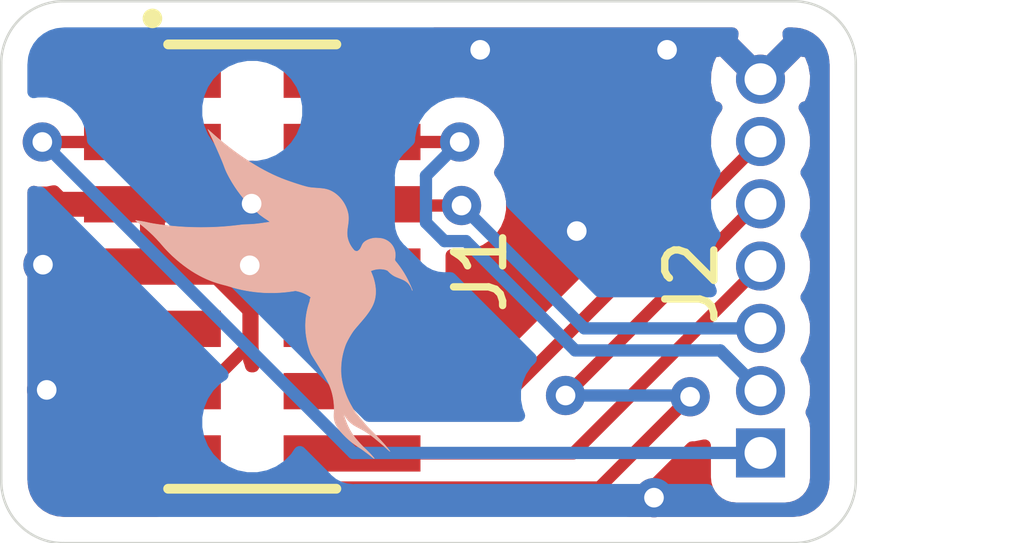
<source format=kicad_pcb>
(kicad_pcb (version 20171130) (host pcbnew "(5.1.10)-1")

  (general
    (thickness 1.6)
    (drawings 12)
    (tracks 47)
    (zones 0)
    (modules 3)
    (nets 13)
  )

  (page A4)
  (layers
    (0 F.Cu signal)
    (31 B.Cu signal)
    (32 B.Adhes user)
    (33 F.Adhes user)
    (34 B.Paste user)
    (35 F.Paste user)
    (36 B.SilkS user)
    (37 F.SilkS user)
    (38 B.Mask user)
    (39 F.Mask user)
    (40 Dwgs.User user)
    (41 Cmts.User user)
    (42 Eco1.User user)
    (43 Eco2.User user)
    (44 Edge.Cuts user)
    (45 Margin user)
    (46 B.CrtYd user)
    (47 F.CrtYd user)
    (48 B.Fab user)
    (49 F.Fab user hide)
  )

  (setup
    (last_trace_width 0.25)
    (trace_clearance 0.2)
    (zone_clearance 0.508)
    (zone_45_only no)
    (trace_min 0.2)
    (via_size 0.8)
    (via_drill 0.4)
    (via_min_size 0.4)
    (via_min_drill 0.3)
    (uvia_size 0.3)
    (uvia_drill 0.1)
    (uvias_allowed no)
    (uvia_min_size 0.2)
    (uvia_min_drill 0.1)
    (edge_width 0.05)
    (segment_width 0.2)
    (pcb_text_width 0.3)
    (pcb_text_size 1.5 1.5)
    (mod_edge_width 0.12)
    (mod_text_size 1 1)
    (mod_text_width 0.15)
    (pad_size 0.74 2.79)
    (pad_drill 0)
    (pad_to_mask_clearance 0)
    (aux_axis_origin 0 0)
    (visible_elements 7FFFFFFF)
    (pcbplotparams
      (layerselection 0x010fc_ffffffff)
      (usegerberextensions true)
      (usegerberattributes true)
      (usegerberadvancedattributes false)
      (creategerberjobfile false)
      (excludeedgelayer true)
      (linewidth 0.100000)
      (plotframeref false)
      (viasonmask false)
      (mode 1)
      (useauxorigin false)
      (hpglpennumber 1)
      (hpglpenspeed 20)
      (hpglpendiameter 15.000000)
      (psnegative false)
      (psa4output false)
      (plotreference true)
      (plotvalue false)
      (plotinvisibletext false)
      (padsonsilk false)
      (subtractmaskfromsilk true)
      (outputformat 1)
      (mirror false)
      (drillshape 0)
      (scaleselection 1)
      (outputdirectory "gerber/"))
  )

  (net 0 "")
  (net 1 /VCP_TX)
  (net 2 /VCP_RX)
  (net 3 /NRST)
  (net 4 GND)
  (net 5 "Net-(J1-Pad10)")
  (net 6 +3V3)
  (net 7 /SWDIO)
  (net 8 /SWCLK)
  (net 9 "Net-(J1-Pad2)")
  (net 10 "Net-(J1-Pad1)")
  (net 11 "Net-(J1-Pad9)")
  (net 12 "Net-(J1-Pad8)")

  (net_class Default "This is the default net class."
    (clearance 0.2)
    (trace_width 0.25)
    (via_dia 0.8)
    (via_drill 0.4)
    (uvia_dia 0.3)
    (uvia_drill 0.1)
    (add_net +3V3)
    (add_net /NRST)
    (add_net /SWCLK)
    (add_net /SWDIO)
    (add_net /VCP_RX)
    (add_net /VCP_TX)
    (add_net GND)
    (add_net "Net-(J1-Pad1)")
    (add_net "Net-(J1-Pad10)")
    (add_net "Net-(J1-Pad2)")
    (add_net "Net-(J1-Pad8)")
    (add_net "Net-(J1-Pad9)")
  )

  (module FTSH-107-01-L-DV-K-A:SAMTEC_FTSH-107-01-L-DV-K-A (layer F.Cu) (tedit 61918C85) (tstamp 61918D02)
    (at 71.1454 91.6432 270)
    (descr "translated Allegro footprint")
    (path /61913376)
    (clearance 0.0254)
    (fp_text reference J1 (at 0.08 -4.65 90) (layer F.SilkS)
      (effects (font (size 1 1) (thickness 0.15)))
    )
    (fp_text value Conn_02x07_Odd_Even (at -1.05 5.15 90) (layer F.Fab)
      (effects (font (size 1 1) (thickness 0.15)))
    )
    (fp_circle (center -5.06 2.035) (end -4.96 2.035) (layer F.Fab) (width 0.2))
    (fp_circle (center -5.06 2.035) (end -4.96 2.035) (layer F.SilkS) (width 0.2))
    (fp_line (start 4.695 3.68) (end -4.695 3.68) (layer F.CrtYd) (width 0.05))
    (fp_line (start 4.695 -3.68) (end 4.695 3.68) (layer F.CrtYd) (width 0.05))
    (fp_line (start -4.695 -3.68) (end 4.695 -3.68) (layer F.CrtYd) (width 0.05))
    (fp_line (start -4.695 3.68) (end -4.695 -3.68) (layer F.CrtYd) (width 0.05))
    (fp_circle (center -3.175 0) (end -2.614 0) (layer B.Mask) (width 0.1))
    (fp_circle (center 3.175 0) (end 3.736 0) (layer B.Mask) (width 0.1))
    (fp_poly (pts (xy 3.44 -3.427) (xy 4.18 -3.427) (xy 4.18 -0.637) (xy 3.44 -0.637)) (layer F.Paste) (width 0.01))
    (fp_poly (pts (xy 3.44 0.637) (xy 4.18 0.637) (xy 4.18 3.427) (xy 3.44 3.427)) (layer F.Paste) (width 0.01))
    (fp_poly (pts (xy 2.17 -3.427) (xy 2.91 -3.427) (xy 2.91 -0.637) (xy 2.17 -0.637)) (layer F.Paste) (width 0.01))
    (fp_poly (pts (xy 2.17 0.637) (xy 2.91 0.637) (xy 2.91 3.427) (xy 2.17 3.427)) (layer F.Paste) (width 0.01))
    (fp_poly (pts (xy 0.9 -3.427) (xy 1.64 -3.427) (xy 1.64 -0.637) (xy 0.9 -0.637)) (layer F.Paste) (width 0.01))
    (fp_poly (pts (xy 0.9 0.637) (xy 1.64 0.637) (xy 1.64 3.427) (xy 0.9 3.427)) (layer F.Paste) (width 0.01))
    (fp_poly (pts (xy -0.37 -3.427) (xy 0.37 -3.427) (xy 0.37 -0.637) (xy -0.37 -0.637)) (layer F.Paste) (width 0.01))
    (fp_poly (pts (xy -0.37 0.637) (xy 0.37 0.637) (xy 0.37 3.427) (xy -0.37 3.427)) (layer F.Paste) (width 0.01))
    (fp_poly (pts (xy -1.64 -3.427) (xy -0.9 -3.427) (xy -0.9 -0.637) (xy -1.64 -0.637)) (layer F.Paste) (width 0.01))
    (fp_poly (pts (xy -1.64 0.637) (xy -0.9 0.637) (xy -0.9 3.427) (xy -1.64 3.427)) (layer F.Paste) (width 0.01))
    (fp_line (start 4.445 1.715) (end 4.445 -1.715) (layer F.Fab) (width 0.1))
    (fp_line (start 4.445 -1.715) (end -4.445 -1.715) (layer F.Fab) (width 0.1))
    (fp_line (start -4.445 1.715) (end 4.445 1.715) (layer F.Fab) (width 0.1))
    (fp_line (start -4.445 1.715) (end -4.445 -1.715) (layer F.Fab) (width 0.1))
    (fp_line (start 4.53 1.715) (end 4.53 -1.715) (layer F.SilkS) (width 0.2))
    (fp_line (start -4.53 -1.715) (end -4.53 1.715) (layer F.SilkS) (width 0.2))
    (pad 4 smd rect (at -2.54 -2.035 270) (size 0.74 2.79) (layers F.Cu F.Paste F.Mask)
      (net 7 /SWDIO))
    (pad 3 smd rect (at -2.54 2.035 270) (size 0.74 2.79) (layers F.Cu F.Paste F.Mask)
      (net 6 +3V3))
    (pad 2 smd rect (at -3.81 -2.035 270) (size 0.74 2.79) (layers F.Cu F.Paste F.Mask)
      (net 9 "Net-(J1-Pad2)"))
    (pad 1 smd rect (at -3.81 2.035 270) (size 0.74 2.79) (layers F.Cu F.Paste F.Mask)
      (net 10 "Net-(J1-Pad1)"))
    (pad None np_thru_hole circle (at -3.175 0 270) (size 1.02 1.02) (drill 1.02) (layers *.Cu *.Mask))
    (pad None np_thru_hole circle (at 3.175 0 270) (size 1.02 1.02) (drill 1.02) (layers *.Cu *.Mask))
    (pad 14 smd rect (at 3.81 -2.035 270) (size 0.74 2.79) (layers F.Cu F.Paste F.Mask)
      (net 1 /VCP_TX))
    (pad 13 smd rect (at 3.81 2.035 270) (size 0.74 2.79) (layers F.Cu F.Paste F.Mask)
      (net 2 /VCP_RX))
    (pad 12 smd rect (at 2.54 -2.035 270) (size 0.74 2.79) (layers F.Cu F.Paste F.Mask)
      (net 3 /NRST))
    (pad 11 smd rect (at 2.54 2.035 270) (size 0.74 2.79) (layers F.Cu F.Paste F.Mask)
      (net 4 GND))
    (pad 10 smd rect (at 1.27 -2.035 270) (size 0.74 2.79) (layers F.Cu F.Paste F.Mask)
      (net 5 "Net-(J1-Pad10)"))
    (pad 9 smd rect (at 1.27 2.035 270) (size 0.74 2.79) (layers F.Cu F.Paste F.Mask)
      (net 11 "Net-(J1-Pad9)"))
    (pad 8 smd rect (at 0 -2.035 270) (size 0.74 2.79) (layers F.Cu F.Paste F.Mask)
      (net 12 "Net-(J1-Pad8)"))
    (pad 7 smd rect (at 0 2.035 270) (size 0.74 2.79) (layers F.Cu F.Paste F.Mask)
      (net 4 GND))
    (pad 6 smd rect (at -1.27 -2.035 270) (size 0.74 2.79) (layers F.Cu F.Paste F.Mask)
      (net 8 /SWCLK))
    (pad 5 smd rect (at -1.27 2.035 270) (size 0.74 2.79) (layers F.Cu F.Paste F.Mask)
      (net 4 GND))
    (model ${KIPRJMOD}/footprints/FTSH-107-01-L-DV-K-A_ProgrammingHeader/FTSH-107-01-L-DV-K-A.stp
      (at (xyz 0 0 0))
      (scale (xyz 1 1 1))
      (rotate (xyz -90 0 0))
    )
  )

  (module 851-87-007-20-001101:851-87-007-20-001101 (layer F.Cu) (tedit 6191A194) (tstamp 61918D11)
    (at 81.5086 95.4278 90)
    (path /619146A9)
    (fp_text reference J2 (at 3.45694 -1.40716 90) (layer F.SilkS)
      (effects (font (size 1 1) (thickness 0.15)))
    )
    (fp_text value Conn_01x07 (at 4.3307 6.59892 90) (layer F.Fab)
      (effects (font (size 1 1) (thickness 0.15)))
    )
    (fp_line (start -0.85598 1.19888) (end 8.4455 1.19888) (layer Dwgs.User) (width 0.15))
    (fp_line (start 8.4455 1.19888) (end 8.4455 5.29844) (layer Dwgs.User) (width 0.15))
    (fp_line (start 8.4455 5.29844) (end -0.85598 5.29844) (layer Dwgs.User) (width 0.15))
    (fp_line (start -0.85598 5.29844) (end -0.85598 1.19888) (layer Dwgs.User) (width 0.15))
    (pad 7 thru_hole circle (at 7.60476 0 90) (size 1 1) (drill 0.65) (layers *.Cu *.Mask)
      (net 4 GND))
    (pad 6 thru_hole circle (at 6.33476 0 90) (size 1 1) (drill 0.65) (layers *.Cu *.Mask)
      (net 3 /NRST))
    (pad 5 thru_hole circle (at 5.06476 0 90) (size 1 1) (drill 0.65) (layers *.Cu *.Mask)
      (net 2 /VCP_RX))
    (pad 4 thru_hole circle (at 3.79476 0 90) (size 1 1) (drill 0.65) (layers *.Cu *.Mask)
      (net 1 /VCP_TX))
    (pad 3 thru_hole circle (at 2.52476 0 90) (size 1 1) (drill 0.65) (layers *.Cu *.Mask)
      (net 8 /SWCLK))
    (pad 2 thru_hole circle (at 1.25476 0 90) (size 1 1) (drill 0.65) (layers *.Cu *.Mask)
      (net 7 /SWDIO))
    (pad 1 thru_hole rect (at -0.01524 0 90) (size 1 1) (drill 0.65) (layers *.Cu *.Mask)
      (net 6 +3V3))
    (model ${KIPRJMOD}/footprints/Preci-Dip_851-87-007-20-001101_7pos_Soccket/851-87-007-20-001101.step
      (offset (xyz 0 -1.2 1.1))
      (scale (xyz 1 1 1))
      (rotate (xyz 0 -90 90))
    )
  )

  (module logo:Tern_logo (layer B.Cu) (tedit 0) (tstamp 619194F6)
    (at 71.5899 92.202 180)
    (fp_text reference G*** (at 0 0) (layer B.SilkS) hide
      (effects (font (size 1.524 1.524) (thickness 0.3)) (justify mirror))
    )
    (fp_text value LOGO (at 0.75 0) (layer B.SilkS) hide
      (effects (font (size 1.524 1.524) (thickness 0.3)) (justify mirror))
    )
    (fp_poly (pts (xy -2.801035 0.119505) (xy -2.802343 0.115278) (xy -2.803989 0.11088) (xy -2.80683 0.103525)
      (xy -2.810182 0.094567) (xy -2.812959 0.086946) (xy -2.815588 0.080019) (xy -2.81796 0.074489)
      (xy -2.819602 0.071449) (xy -2.819716 0.071315) (xy -2.819932 0.072132) (xy -2.818988 0.075928)
      (xy -2.817074 0.082015) (xy -2.815613 0.086269) (xy -2.811344 0.098036) (xy -2.807535 0.107864)
      (xy -2.804381 0.115291) (xy -2.802077 0.119855) (xy -2.800936 0.121138) (xy -2.801035 0.119505)) (layer B.SilkS) (width 0.01))
    (fp_poly (pts (xy 1.348154 3.35404) (xy 1.348154 3.354028) (xy 1.347335 3.352079) (xy 1.34501 3.347029)
      (xy 1.341376 3.339293) (xy 1.336629 3.329286) (xy 1.330966 3.317425) (xy 1.324585 3.304124)
      (xy 1.319603 3.293781) (xy 1.274481 3.198949) (xy 1.228968 3.100754) (xy 1.18329 2.999692)
      (xy 1.13767 2.896261) (xy 1.092332 2.790955) (xy 1.087815 2.780323) (xy 1.076769 2.754213)
      (xy 1.067015 2.730959) (xy 1.058267 2.709843) (xy 1.050237 2.690144) (xy 1.04264 2.671145)
      (xy 1.03519 2.652127) (xy 1.0276 2.63237) (xy 1.019583 2.611156) (xy 1.010854 2.587766)
      (xy 1.007269 2.5781) (xy 0.997622 2.552899) (xy 0.98738 2.527874) (xy 0.976309 2.502539)
      (xy 0.964178 2.476404) (xy 0.950753 2.448984) (xy 0.935803 2.419789) (xy 0.919095 2.388333)
      (xy 0.901078 2.355361) (xy 0.853122 2.272471) (xy 0.801584 2.190771) (xy 0.746687 2.110573)
      (xy 0.688657 2.03219) (xy 0.627719 1.955935) (xy 0.564097 1.88212) (xy 0.546251 1.862389)
      (xy 0.536534 1.851608) (xy 0.529164 1.843034) (xy 0.523722 1.836118) (xy 0.519788 1.830307)
      (xy 0.516943 1.82505) (xy 0.515731 1.822297) (xy 0.507351 1.805629) (xy 0.496783 1.791678)
      (xy 0.483522 1.77991) (xy 0.46706 1.769789) (xy 0.465016 1.768746) (xy 0.459852 1.765948)
      (xy 0.454621 1.762604) (xy 0.448865 1.758338) (xy 0.442122 1.752772) (xy 0.433936 1.74553)
      (xy 0.423845 1.736234) (xy 0.41308 1.726106) (xy 0.402006 1.715775) (xy 0.390836 1.705626)
      (xy 0.380191 1.696202) (xy 0.370688 1.688046) (xy 0.362946 1.6817) (xy 0.358981 1.678678)
      (xy 0.35153 1.672889) (xy 0.342346 1.665131) (xy 0.332399 1.656257) (xy 0.322661 1.647122)
      (xy 0.318764 1.64331) (xy 0.309698 1.634583) (xy 0.300284 1.625992) (xy 0.291399 1.618303)
      (xy 0.283917 1.612287) (xy 0.281032 1.610185) (xy 0.274226 1.605405) (xy 0.265283 1.599008)
      (xy 0.255199 1.591714) (xy 0.24497 1.584241) (xy 0.2413 1.581539) (xy 0.215851 1.563101)
      (xy 0.19115 1.545881) (xy 0.16805 1.530468) (xy 0.157965 1.524) (xy 0.13864 1.511516)
      (xy 0.121885 1.500123) (xy 0.107967 1.490012) (xy 0.097155 1.481374) (xy 0.093439 1.478078)
      (xy 0.082342 1.467804) (xy 0.089529 1.466598) (xy 0.098538 1.46514) (xy 0.110812 1.46323)
      (xy 0.125746 1.460959) (xy 0.142736 1.458413) (xy 0.161177 1.455682) (xy 0.180462 1.452854)
      (xy 0.199988 1.450017) (xy 0.21915 1.44726) (xy 0.237341 1.444671) (xy 0.253959 1.442339)
      (xy 0.268396 1.440352) (xy 0.277447 1.439138) (xy 0.313753 1.43448) (xy 0.347047 1.430504)
      (xy 0.378148 1.427142) (xy 0.407879 1.424329) (xy 0.437061 1.421996) (xy 0.466515 1.420077)
      (xy 0.497064 1.418504) (xy 0.529528 1.417211) (xy 0.55587 1.416377) (xy 0.577023 1.415726)
      (xy 0.594976 1.415066) (xy 0.610432 1.414348) (xy 0.624099 1.413526) (xy 0.636681 1.412553)
      (xy 0.648885 1.411381) (xy 0.661417 1.409963) (xy 0.672123 1.408625) (xy 0.765791 1.397106)
      (xy 0.856643 1.387119) (xy 0.945439 1.378617) (xy 1.032935 1.371549) (xy 1.119891 1.365866)
      (xy 1.207063 1.36152) (xy 1.295211 1.35846) (xy 1.385092 1.356638) (xy 1.477464 1.356005)
      (xy 1.48297 1.356004) (xy 1.551464 1.356293) (xy 1.616921 1.357167) (xy 1.680176 1.358658)
      (xy 1.742059 1.360798) (xy 1.803404 1.36362) (xy 1.865043 1.367158) (xy 1.927809 1.371443)
      (xy 1.9812 1.375578) (xy 2.022093 1.379071) (xy 2.064035 1.382975) (xy 2.106683 1.387243)
      (xy 2.149691 1.39183) (xy 2.192715 1.396689) (xy 2.235408 1.401776) (xy 2.277427 1.407043)
      (xy 2.318425 1.412446) (xy 2.358059 1.417937) (xy 2.395982 1.423473) (xy 2.43185 1.429006)
      (xy 2.465318 1.43449) (xy 2.496041 1.439881) (xy 2.523674 1.445131) (xy 2.547871 1.450195)
      (xy 2.555385 1.451897) (xy 2.588942 1.459422) (xy 2.623286 1.466655) (xy 2.657315 1.473379)
      (xy 2.689926 1.479378) (xy 2.720018 1.484435) (xy 2.722685 1.484855) (xy 2.73669 1.487093)
      (xy 2.751334 1.489513) (xy 2.765445 1.491915) (xy 2.777855 1.494101) (xy 2.786185 1.495639)
      (xy 2.798704 1.497788) (xy 2.808606 1.49898) (xy 2.815417 1.499162) (xy 2.81715 1.498945)
      (xy 2.823692 1.497584) (xy 2.814219 1.490881) (xy 2.803314 1.483022) (xy 2.789982 1.473181)
      (xy 2.774837 1.461828) (xy 2.758497 1.449433) (xy 2.741576 1.436465) (xy 2.724691 1.423395)
      (xy 2.708457 1.410692) (xy 2.69349 1.398825) (xy 2.6924 1.397953) (xy 2.614685 1.333509)
      (xy 2.539303 1.266415) (xy 2.466029 1.196449) (xy 2.394633 1.123388) (xy 2.324889 1.047009)
      (xy 2.276211 0.9906) (xy 2.256491 0.967721) (xy 2.234343 0.942921) (xy 2.210335 0.916791)
      (xy 2.185033 0.889922) (xy 2.159003 0.862902) (xy 2.132813 0.836324) (xy 2.107029 0.810777)
      (xy 2.082218 0.786852) (xy 2.066193 0.771811) (xy 1.99136 0.704628) (xy 1.915863 0.641167)
      (xy 1.839729 0.581446) (xy 1.762983 0.52548) (xy 1.685655 0.473288) (xy 1.60777 0.424887)
      (xy 1.529356 0.380293) (xy 1.45044 0.339524) (xy 1.371049 0.302597) (xy 1.29121 0.269529)
      (xy 1.2416 0.251009) (xy 1.202209 0.237403) (xy 1.160794 0.223999) (xy 1.118506 0.21114)
      (xy 1.076502 0.199168) (xy 1.035933 0.188425) (xy 1.007208 0.181397) (xy 0.995547 0.17849)
      (xy 0.981215 0.174654) (xy 0.965252 0.170183) (xy 0.948698 0.165372) (xy 0.932593 0.160513)
      (xy 0.925147 0.158194) (xy 0.835989 0.13148) (xy 0.747871 0.107932) (xy 0.6602 0.087442)
      (xy 0.572383 0.069901) (xy 0.483829 0.055199) (xy 0.393945 0.04323) (xy 0.302138 0.033882)
      (xy 0.21297 0.027354) (xy 0.195232 0.026459) (xy 0.174282 0.025687) (xy 0.150814 0.025044)
      (xy 0.125522 0.024536) (xy 0.099099 0.024169) (xy 0.07224 0.023949) (xy 0.045639 0.023881)
      (xy 0.019988 0.023972) (xy -0.004017 0.024226) (xy -0.025683 0.024651) (xy -0.042984 0.025199)
      (xy -0.131124 0.029825) (xy -0.216776 0.036689) (xy -0.300706 0.045866) (xy -0.383679 0.057429)
      (xy -0.396546 0.059447) (xy -0.436684 0.065834) (xy -0.459529 0.061381) (xy -0.503469 0.051272)
      (xy -0.547315 0.03819) (xy -0.590464 0.022397) (xy -0.63231 0.004152) (xy -0.672248 -0.016285)
      (xy -0.709671 -0.038651) (xy -0.738764 -0.058772) (xy -0.752332 -0.06883) (xy -0.748234 -0.074958)
      (xy -0.74004 -0.090104) (xy -0.734177 -0.107025) (xy -0.731096 -0.12425) (xy -0.730738 -0.131881)
      (xy -0.730359 -0.138371) (xy -0.729082 -0.145579) (xy -0.726695 -0.154383) (xy -0.722989 -0.165656)
      (xy -0.72179 -0.169082) (xy -0.702413 -0.228734) (xy -0.685479 -0.290873) (xy -0.671098 -0.354851)
      (xy -0.659378 -0.420019) (xy -0.650431 -0.48573) (xy -0.644365 -0.551336) (xy -0.64129 -0.616189)
      (xy -0.640909 -0.646723) (xy -0.642669 -0.717461) (xy -0.647995 -0.789031) (xy -0.656792 -0.860898)
      (xy -0.668966 -0.932523) (xy -0.684422 -1.003368) (xy -0.703068 -1.072897) (xy -0.724808 -1.140571)
      (xy -0.729839 -1.154723) (xy -0.734424 -1.167365) (xy -0.73854 -1.17854) (xy -0.742372 -1.188596)
      (xy -0.746106 -1.19788) (xy -0.749927 -1.206741) (xy -0.754019 -1.215524) (xy -0.758567 -1.224577)
      (xy -0.763757 -1.234248) (xy -0.769773 -1.244884) (xy -0.776801 -1.256832) (xy -0.785025 -1.270439)
      (xy -0.79463 -1.286052) (xy -0.805802 -1.30402) (xy -0.818725 -1.324689) (xy -0.829754 -1.342293)
      (xy -0.855943 -1.384115) (xy -0.88014 -1.422825) (xy -0.902454 -1.458605) (xy -0.922993 -1.491637)
      (xy -0.941865 -1.522104) (xy -0.95918 -1.550189) (xy -0.975045 -1.576073) (xy -0.989569 -1.599941)
      (xy -1.002861 -1.621973) (xy -1.01503 -1.642353) (xy -1.026183 -1.661263) (xy -1.036429 -1.678885)
      (xy -1.045878 -1.695403) (xy -1.054636 -1.710999) (xy -1.062814 -1.725854) (xy -1.070518 -1.740153)
      (xy -1.077859 -1.754077) (xy -1.084944 -1.767809) (xy -1.091882 -1.781531) (xy -1.096931 -1.791677)
      (xy -1.107233 -1.812722) (xy -1.116075 -1.831325) (xy -1.123886 -1.848468) (xy -1.131094 -1.865129)
      (xy -1.138129 -1.88229) (xy -1.145418 -1.90093) (xy -1.150202 -1.913525) (xy -1.169355 -1.969173)
      (xy -1.185889 -2.027231) (xy -1.199718 -2.087132) (xy -1.210754 -2.148307) (xy -1.218909 -2.210188)
      (xy -1.224094 -2.272208) (xy -1.226221 -2.333798) (xy -1.225203 -2.394391) (xy -1.225091 -2.39688)
      (xy -1.224391 -2.41215) (xy -1.223675 -2.427871) (xy -1.222988 -2.443058) (xy -1.222373 -2.456725)
      (xy -1.221877 -2.467889) (xy -1.221714 -2.471609) (xy -1.221964 -2.509924) (xy -1.226069 -2.548088)
      (xy -1.234037 -2.586116) (xy -1.245874 -2.624022) (xy -1.261586 -2.661821) (xy -1.281179 -2.699529)
      (xy -1.30466 -2.73716) (xy -1.332035 -2.774729) (xy -1.36331 -2.81225) (xy -1.368814 -2.818403)
      (xy -1.411216 -2.864192) (xy -1.452794 -2.906679) (xy -1.494004 -2.946254) (xy -1.535298 -2.983307)
      (xy -1.577132 -3.018228) (xy -1.61996 -3.051408) (xy -1.664237 -3.083237) (xy -1.710417 -3.114105)
      (xy -1.721338 -3.121099) (xy -1.736193 -3.130603) (xy -1.749846 -3.139498) (xy -1.762879 -3.148188)
      (xy -1.775873 -3.157077) (xy -1.789407 -3.166571) (xy -1.804064 -3.177073) (xy -1.820423 -3.188988)
      (xy -1.839065 -3.20272) (xy -1.847298 -3.208817) (xy -1.867742 -3.223983) (xy -1.885361 -3.237073)
      (xy -1.900475 -3.248329) (xy -1.913403 -3.257994) (xy -1.924467 -3.266311) (xy -1.933986 -3.273522)
      (xy -1.942279 -3.27987) (xy -1.949669 -3.285597) (xy -1.956473 -3.290945) (xy -1.963014 -3.296159)
      (xy -1.96961 -3.301479) (xy -1.970075 -3.301856) (xy -1.984011 -3.313145) (xy -1.995296 -3.32225)
      (xy -2.004305 -3.329463) (xy -2.011416 -3.335071) (xy -2.017004 -3.339364) (xy -2.021445 -3.342631)
      (xy -2.025114 -3.345162) (xy -2.028387 -3.347246) (xy -2.031261 -3.348953) (xy -2.038021 -3.352718)
      (xy -2.04189 -3.354431) (xy -2.043233 -3.3542) (xy -2.042521 -3.352312) (xy -2.040324 -3.349236)
      (xy -2.035978 -3.343698) (xy -2.029892 -3.336191) (xy -2.022475 -3.327205) (xy -2.014137 -3.317234)
      (xy -2.005285 -3.306769) (xy -1.996331 -3.296303) (xy -1.987682 -3.286326) (xy -1.986865 -3.285393)
      (xy -1.977144 -3.274578) (xy -1.9652 -3.26176) (xy -1.951612 -3.247521) (xy -1.936957 -3.232443)
      (xy -1.921812 -3.217109) (xy -1.906754 -3.202103) (xy -1.892361 -3.188005) (xy -1.87921 -3.1754)
      (xy -1.867878 -3.16487) (xy -1.863969 -3.161355) (xy -1.850912 -3.149335) (xy -1.835786 -3.13467)
      (xy -1.818962 -3.117765) (xy -1.80081 -3.099027) (xy -1.781702 -3.078862) (xy -1.762009 -3.057677)
      (xy -1.742101 -3.035878) (xy -1.72235 -3.013872) (xy -1.703127 -2.992064) (xy -1.684802 -2.970862)
      (xy -1.667746 -2.950671) (xy -1.652331 -2.931899) (xy -1.638927 -2.914951) (xy -1.638319 -2.914162)
      (xy -1.604485 -2.867466) (xy -1.572332 -2.817557) (xy -1.542052 -2.764836) (xy -1.51384 -2.709704)
      (xy -1.487889 -2.652561) (xy -1.464393 -2.593809) (xy -1.443545 -2.533848) (xy -1.42567 -2.47357)
      (xy -1.422171 -2.460439) (xy -1.418649 -2.446829) (xy -1.415245 -2.433321) (xy -1.4121 -2.4205)
      (xy -1.409354 -2.40895) (xy -1.407147 -2.399254) (xy -1.40562 -2.391997) (xy -1.404914 -2.387761)
      (xy -1.404883 -2.387175) (xy -1.40549 -2.387894) (xy -1.407094 -2.391698) (xy -1.409452 -2.39797)
      (xy -1.412319 -2.40609) (xy -1.412344 -2.406162) (xy -1.428146 -2.44694) (xy -1.446681 -2.485191)
      (xy -1.468098 -2.521113) (xy -1.492546 -2.554903) (xy -1.520175 -2.586757) (xy -1.551134 -2.616874)
      (xy -1.585574 -2.645451) (xy -1.604107 -2.659197) (xy -1.62127 -2.671059) (xy -1.639028 -2.682455)
      (xy -1.658028 -2.693759) (xy -1.678917 -2.705347) (xy -1.702344 -2.717594) (xy -1.722315 -2.727607)
      (xy -1.786103 -2.761032) (xy -1.84995 -2.798314) (xy -1.913784 -2.839406) (xy -1.977533 -2.884257)
      (xy -2.041125 -2.932821) (xy -2.10449 -2.985049) (xy -2.107064 -2.987252) (xy -2.121221 -2.999353)
      (xy -2.136783 -3.012594) (xy -2.152859 -3.026222) (xy -2.16856 -3.039484) (xy -2.182993 -3.051625)
      (xy -2.194169 -3.060974) (xy -2.20737 -3.072018) (xy -2.219063 -3.08191) (xy -2.229826 -3.091164)
      (xy -2.240237 -3.100292) (xy -2.250873 -3.109811) (xy -2.26231 -3.120233) (xy -2.275127 -3.132072)
      (xy -2.2899 -3.145844) (xy -2.298195 -3.153609) (xy -2.309411 -3.163999) (xy -2.320516 -3.174061)
      (xy -2.331128 -3.183472) (xy -2.340867 -3.191908) (xy -2.349352 -3.199044) (xy -2.356204 -3.204557)
      (xy -2.36104 -3.208122) (xy -2.363481 -3.209414) (xy -2.363656 -3.209365) (xy -2.362921 -3.207443)
      (xy -2.359927 -3.202855) (xy -2.354931 -3.195924) (xy -2.348192 -3.186972) (xy -2.339967 -3.176321)
      (xy -2.330515 -3.164294) (xy -2.320094 -3.151213) (xy -2.308961 -3.137402) (xy -2.297374 -3.123182)
      (xy -2.285593 -3.108877) (xy -2.273874 -3.094808) (xy -2.262476 -3.081298) (xy -2.251656 -3.06867)
      (xy -2.244752 -3.060741) (xy -2.228877 -3.042926) (xy -2.210188 -3.022457) (xy -2.18868 -2.999331)
      (xy -2.164352 -2.973544) (xy -2.137199 -2.945094) (xy -2.10722 -2.913977) (xy -2.07441 -2.88019)
      (xy -2.038768 -2.843731) (xy -2.000289 -2.804595) (xy -1.961834 -2.76567) (xy -1.950449 -2.754163)
      (xy -1.939971 -2.743543) (xy -1.930233 -2.733617) (xy -1.921067 -2.724194) (xy -1.912307 -2.715079)
      (xy -1.903785 -2.706082) (xy -1.895334 -2.697009) (xy -1.886786 -2.687669) (xy -1.877974 -2.677868)
      (xy -1.868732 -2.667415) (xy -1.858891 -2.656117) (xy -1.848285 -2.643782) (xy -1.836747 -2.630217)
      (xy -1.824108 -2.61523) (xy -1.810202 -2.598629) (xy -1.794862 -2.58022) (xy -1.77792 -2.559813)
      (xy -1.759209 -2.537213) (xy -1.738562 -2.51223) (xy -1.715812 -2.48467) (xy -1.690791 -2.454342)
      (xy -1.683282 -2.445239) (xy -1.666924 -2.424322) (xy -1.649376 -2.399803) (xy -1.63658 -2.380599)
      (xy -1.404661 -2.380599) (xy -1.404302 -2.383133) (xy -1.403635 -2.383163) (xy -1.403168 -2.380548)
      (xy -1.40348 -2.379419) (xy -1.404348 -2.378679) (xy -1.404661 -2.380599) (xy -1.63658 -2.380599)
      (xy -1.631481 -2.372947) (xy -1.402861 -2.372947) (xy -1.401884 -2.373923) (xy -1.400907 -2.372947)
      (xy -1.401884 -2.37197) (xy -1.402861 -2.372947) (xy -1.631481 -2.372947) (xy -1.630703 -2.37178)
      (xy -1.610972 -2.34035) (xy -1.601739 -2.325077) (xy -1.561578 -2.254817) (xy -1.525028 -2.184437)
      (xy -1.492118 -2.114019) (xy -1.462877 -2.043647) (xy -1.437334 -1.973404) (xy -1.415517 -1.903373)
      (xy -1.397455 -1.833637) (xy -1.383176 -1.764279) (xy -1.372711 -1.695383) (xy -1.36772 -1.64807)
      (xy -1.367098 -1.639371) (xy -1.36645 -1.627646) (xy -1.365812 -1.613778) (xy -1.365224 -1.598648)
      (xy -1.364724 -1.583138) (xy -1.364477 -1.573823) (xy -1.364689 -1.502558) (xy -1.3687 -1.430865)
      (xy -1.376465 -1.359012) (xy -1.387938 -1.287266) (xy -1.403072 -1.215893) (xy -1.421822 -1.14516)
      (xy -1.444143 -1.075334) (xy -1.456051 -1.042377) (xy -1.463993 -1.022673) (xy -1.473997 -1.000278)
      (xy -1.485819 -0.975656) (xy -1.499216 -0.949269) (xy -1.513941 -0.921581) (xy -1.529751 -0.893056)
      (xy -1.546402 -0.864155) (xy -1.563648 -0.835343) (xy -1.575121 -0.816788) (xy -1.585831 -0.799882)
      (xy -1.595826 -0.784565) (xy -1.605504 -0.770309) (xy -1.615263 -0.756586) (xy -1.625501 -0.74287)
      (xy -1.636615 -0.728633) (xy -1.649004 -0.713347) (xy -1.663065 -0.696485) (xy -1.679197 -0.67752)
      (xy -1.687372 -0.668002) (xy -1.69695 -0.656879) (xy -1.70846 -0.643514) (xy -1.721285 -0.628624)
      (xy -1.734806 -0.612926) (xy -1.748406 -0.597138) (xy -1.761465 -0.581979) (xy -1.76731 -0.575194)
      (xy -1.790335 -0.54834) (xy -1.810999 -0.523953) (xy -1.829616 -0.50165) (xy -1.846497 -0.481049)
      (xy -1.861958 -0.461767) (xy -1.876309 -0.44342) (xy -1.889865 -0.425627) (xy -1.893236 -0.421127)
      (xy -1.922067 -0.381456) (xy -1.94785 -0.343675) (xy -1.970737 -0.307434) (xy -1.990881 -0.272383)
      (xy -2.008435 -0.238172) (xy -2.023553 -0.204451) (xy -2.036386 -0.170871) (xy -2.04709 -0.137081)
      (xy -2.055815 -0.102731) (xy -2.062716 -0.067473) (xy -2.067946 -0.030954) (xy -2.069332 -0.018562)
      (xy -2.070289 -0.006402) (xy -2.070996 0.008762) (xy -2.071452 0.026034) (xy -2.071658 0.044516)
      (xy -2.071612 0.063313) (xy -2.071317 0.08153) (xy -2.07077 0.098269) (xy -2.069973 0.112635)
      (xy -2.069332 0.120161) (xy -2.061068 0.181892) (xy -2.048926 0.243215) (xy -2.03292 0.304063)
      (xy -2.022057 0.338555) (xy -2.017939 0.350414) (xy -2.012743 0.36465) (xy -2.006813 0.380387)
      (xy -2.00049 0.396749) (xy -1.994116 0.412859) (xy -1.988035 0.427841) (xy -1.982588 0.44082)
      (xy -1.978424 0.450254) (xy -1.975311 0.457508) (xy -1.973113 0.463545) (xy -1.972163 0.467408)
      (xy -1.972206 0.468125) (xy -1.974296 0.469747) (xy -1.979267 0.47234) (xy -1.986336 0.475524)
      (xy -1.993276 0.478358) (xy -2.029706 0.490801) (xy -2.067297 0.500206) (xy -2.105305 0.506446)
      (xy -2.142985 0.509392) (xy -2.173153 0.509259) (xy -2.191367 0.508095) (xy -2.209814 0.506258)
      (xy -2.227838 0.50386) (xy -2.244785 0.501017) (xy -2.26 0.497842) (xy -2.272829 0.494448)
      (xy -2.282617 0.490949) (xy -2.285023 0.489814) (xy -2.291613 0.486894) (xy -2.299602 0.483975)
      (xy -2.303605 0.482734) (xy -2.308698 0.481039) (xy -2.313086 0.4788) (xy -2.317587 0.475404)
      (xy -2.323021 0.470237) (xy -2.329856 0.463061) (xy -2.351091 0.441564) (xy -2.37368 0.421039)
      (xy -2.396862 0.402105) (xy -2.419877 0.38538) (xy -2.441964 0.371483) (xy -2.44365 0.370522)
      (xy -2.452755 0.365515) (xy -2.462182 0.360643) (xy -2.472389 0.355706) (xy -2.483833 0.350503)
      (xy -2.496972 0.344834) (xy -2.512265 0.338497) (xy -2.530168 0.331291) (xy -2.55114 0.323016)
      (xy -2.558561 0.320114) (xy -2.583146 0.310368) (xy -2.604447 0.301579) (xy -2.622908 0.293537)
      (xy -2.638976 0.286034) (xy -2.653095 0.27886) (xy -2.665711 0.271807) (xy -2.677269 0.264666)
      (xy -2.678723 0.263717) (xy -2.703292 0.246203) (xy -2.725103 0.227601) (xy -2.74474 0.207279)
      (xy -2.762786 0.184606) (xy -2.779824 0.158949) (xy -2.787472 0.145994) (xy -2.792095 0.13798)
      (xy -2.795934 0.131493) (xy -2.798632 0.127124) (xy -2.799832 0.125464) (xy -2.799861 0.125496)
      (xy -2.799115 0.127857) (xy -2.797032 0.133248) (xy -2.793844 0.14112) (xy -2.789782 0.150924)
      (xy -2.785078 0.162111) (xy -2.779965 0.174133) (xy -2.774675 0.186441) (xy -2.769439 0.198486)
      (xy -2.764489 0.209719) (xy -2.760649 0.218286) (xy -2.727213 0.288109) (xy -2.690447 0.357381)
      (xy -2.650697 0.425552) (xy -2.608308 0.49207) (xy -2.563628 0.556384) (xy -2.517 0.617943)
      (xy -2.486673 0.65519) (xy -2.467299 0.678312) (xy -2.46538 0.692673) (xy -2.464455 0.703138)
      (xy -2.464911 0.712525) (xy -2.466405 0.721329) (xy -2.471644 0.755851) (xy -2.473416 0.791124)
      (xy -2.471772 0.826519) (xy -2.46676 0.861407) (xy -2.458431 0.89516) (xy -2.450826 0.91733)
      (xy -2.435901 0.950679) (xy -2.41773 0.981945) (xy -2.396485 1.010943) (xy -2.372339 1.037484)
      (xy -2.345463 1.061382) (xy -2.316029 1.082449) (xy -2.28421 1.100499) (xy -2.281115 1.102028)
      (xy -2.253573 1.114232) (xy -2.226421 1.123628) (xy -2.198651 1.130473) (xy -2.169253 1.135024)
      (xy -2.143451 1.137213) (xy -2.130791 1.137955) (xy -2.117465 1.138746) (xy -2.104889 1.139501)
      (xy -2.094478 1.140136) (xy -2.092569 1.140254) (xy -2.063143 1.140481) (xy -2.032095 1.137743)
      (xy -2.000149 1.132198) (xy -1.96803 1.124006) (xy -1.936462 1.113327) (xy -1.906168 1.10032)
      (xy -1.901977 1.098276) (xy -1.876564 1.084549) (xy -1.854853 1.070356) (xy -1.836651 1.055563)
      (xy -1.827164 1.046161) (xy -1.818551 1.036211) (xy -1.810787 1.025623) (xy -1.803414 1.013644)
      (xy -1.795976 0.999523) (xy -1.788014 0.982506) (xy -1.786714 0.979585) (xy -1.777434 0.95923)
      (xy -1.768938 0.942122) (xy -1.760862 0.927773) (xy -1.752839 0.915695) (xy -1.744505 0.905399)
      (xy -1.735493 0.896398) (xy -1.725439 0.888205) (xy -1.713977 0.880331) (xy -1.710895 0.878384)
      (xy -1.696915 0.869676) (xy -1.682261 0.871331) (xy -1.672479 0.872902) (xy -1.661864 0.875313)
      (xy -1.654174 0.877573) (xy -1.648022 0.879838) (xy -1.643201 0.882226) (xy -1.638802 0.885422)
      (xy -1.633917 0.89011) (xy -1.627636 0.896976) (xy -1.626045 0.898769) (xy -1.597316 0.933835)
      (xy -1.571771 0.970409) (xy -1.549495 1.008264) (xy -1.530575 1.047172) (xy -1.515097 1.086907)
      (xy -1.503145 1.127242) (xy -1.494807 1.16795) (xy -1.490168 1.208804) (xy -1.489313 1.249578)
      (xy -1.489677 1.259253) (xy -1.490401 1.272677) (xy -1.491244 1.285311) (xy -1.492276 1.297797)
      (xy -1.493567 1.310775) (xy -1.495186 1.324888) (xy -1.497205 1.340776) (xy -1.499692 1.359081)
      (xy -1.502719 1.380444) (xy -1.503556 1.386253) (xy -1.507141 1.411481) (xy -1.510114 1.433402)
      (xy -1.512526 1.452561) (xy -1.514429 1.469503) (xy -1.515873 1.484772) (xy -1.516911 1.498914)
      (xy -1.517594 1.512472) (xy -1.517973 1.52599) (xy -1.518099 1.540015) (xy -1.5181 1.540196)
      (xy -1.517919 1.560753) (xy -1.517254 1.578621) (xy -1.515989 1.595001) (xy -1.514011 1.611096)
      (xy -1.511206 1.628105) (xy -1.508287 1.643184) (xy -1.497334 1.688151) (xy -1.482955 1.732499)
      (xy -1.465349 1.77596) (xy -1.444718 1.818266) (xy -1.421264 1.859149) (xy -1.395187 1.89834)
      (xy -1.366689 1.935571) (xy -1.33597 1.970574) (xy -1.303232 2.003082) (xy -1.268676 2.032825)
      (xy -1.232503 2.059535) (xy -1.194914 2.082945) (xy -1.167739 2.097288) (xy -1.146391 2.107336)
      (xy -1.126903 2.115589) (xy -1.107965 2.122539) (xy -1.08827 2.128679) (xy -1.073949 2.132597)
      (xy -1.060758 2.135918) (xy -1.047819 2.138888) (xy -1.034726 2.141561) (xy -1.021073 2.143988)
      (xy -1.006452 2.146222) (xy -0.99046 2.148315) (xy -0.972688 2.150319) (xy -0.952731 2.152286)
      (xy -0.930184 2.154269) (xy -0.904639 2.15632) (xy -0.87569 2.158491) (xy -0.868484 2.159014)
      (xy -0.839971 2.161108) (xy -0.814891 2.163045) (xy -0.792776 2.164895) (xy -0.773157 2.16673)
      (xy -0.755568 2.168619) (xy -0.739539 2.170633) (xy -0.724603 2.172843) (xy -0.710292 2.175318)
      (xy -0.696137 2.178131) (xy -0.681671 2.18135) (xy -0.666426 2.185047) (xy -0.649933 2.189292)
      (xy -0.631724 2.194156) (xy -0.627363 2.195337) (xy -0.603472 2.202024) (xy -0.576391 2.209964)
      (xy -0.54658 2.219009) (xy -0.514496 2.229007) (xy -0.480596 2.239809) (xy -0.445338 2.251265)
      (xy -0.409182 2.263224) (xy -0.372583 2.275536) (xy -0.336 2.288052) (xy -0.299892 2.300621)
      (xy -0.264715 2.313094) (xy -0.23153 2.325099) (xy -0.146821 2.357641) (xy -0.060838 2.393752)
      (xy 0.026295 2.433352) (xy 0.114452 2.476359) (xy 0.203508 2.522693) (xy 0.293338 2.572275)
      (xy 0.383819 2.625024) (xy 0.474824 2.68086) (xy 0.566228 2.739701) (xy 0.657908 2.801469)
      (xy 0.749739 2.866083) (xy 0.841594 2.933461) (xy 0.93335 3.003525) (xy 1.024882 3.076194)
      (xy 1.116064 3.151387) (xy 1.206772 3.229025) (xy 1.293325 3.305813) (xy 1.307388 3.318506)
      (xy 1.318823 3.328815) (xy 1.327901 3.336979) (xy 1.334892 3.343236) (xy 1.340066 3.347823)
      (xy 1.343694 3.350979) (xy 1.346046 3.35294) (xy 1.347393 3.353946) (xy 1.348006 3.354233)
      (xy 1.348154 3.35404)) (layer B.SilkS) (width 0.01))
  )

  (gr_line (start 83.4517 97.282) (end 66.0273 97.282) (layer Dwgs.User) (width 0.0254))
  (gr_line (start 83.4517 86.233) (end 83.4517 97.282) (layer Dwgs.User) (width 0.0254))
  (gr_line (start 66.0273 86.233) (end 83.4517 86.233) (layer Dwgs.User) (width 0.0254))
  (gr_line (start 66.0273 97.282) (end 66.0273 86.233) (layer Dwgs.User) (width 0.0254))
  (gr_arc (start 67.2973 96.012) (end 66.0273 96.012) (angle -90) (layer Edge.Cuts) (width 0.05) (tstamp 61919422))
  (gr_arc (start 82.1817 96.012) (end 82.1817 97.282) (angle -90) (layer Edge.Cuts) (width 0.05) (tstamp 6191941C))
  (gr_arc (start 82.1817 87.503) (end 83.4517 87.503) (angle -90) (layer Edge.Cuts) (width 0.05) (tstamp 61919417))
  (gr_arc (start 67.2973 87.503) (end 67.2973 86.233) (angle -90) (layer Edge.Cuts) (width 0.05) (tstamp 61919413))
  (gr_line (start 67.2973 86.233) (end 82.1817 86.233) (layer Edge.Cuts) (width 0.05))
  (gr_line (start 83.4517 96.012) (end 83.4517 87.503) (layer Edge.Cuts) (width 0.05) (tstamp 6191A342))
  (gr_line (start 67.2973 97.282) (end 82.1817 97.282) (layer Edge.Cuts) (width 0.05))
  (gr_line (start 66.0273 87.503) (end 66.0273 96.012) (layer Edge.Cuts) (width 0.05))

  (segment (start 77.68844 95.4532) (end 81.5086 91.63304) (width 0.25) (layer F.Cu) (net 1))
  (segment (start 73.1804 95.4532) (end 77.68844 95.4532) (width 0.25) (layer F.Cu) (net 1))
  (via (at 77.5335 94.2721) (size 0.8) (drill 0.4) (layers F.Cu B.Cu) (net 2))
  (via (at 80.0735 94.2975) (size 0.8) (drill 0.4) (layers F.Cu B.Cu) (net 2))
  (segment (start 80.0481 94.2721) (end 80.0735 94.2975) (width 0.25) (layer B.Cu) (net 2))
  (segment (start 77.5335 94.2721) (end 80.0481 94.2721) (width 0.25) (layer B.Cu) (net 2))
  (segment (start 69.805401 96.148201) (end 69.1104 95.4532) (width 0.25) (layer F.Cu) (net 2))
  (segment (start 78.222799 96.148201) (end 69.805401 96.148201) (width 0.25) (layer F.Cu) (net 2))
  (segment (start 80.0735 94.2975) (end 78.222799 96.148201) (width 0.25) (layer F.Cu) (net 2))
  (segment (start 81.44256 90.36304) (end 81.5086 90.36304) (width 0.25) (layer F.Cu) (net 2))
  (segment (start 77.5335 94.2721) (end 81.44256 90.36304) (width 0.25) (layer F.Cu) (net 2))
  (segment (start 76.41844 94.1832) (end 81.5086 89.09304) (width 0.25) (layer F.Cu) (net 3))
  (segment (start 73.1804 94.1832) (end 76.41844 94.1832) (width 0.25) (layer F.Cu) (net 3))
  (segment (start 69.1104 90.3732) (end 69.1104 91.6432) (width 0.25) (layer F.Cu) (net 4))
  (segment (start 70.1354 94.1832) (end 71.0692 93.2494) (width 0.25) (layer F.Cu) (net 4))
  (segment (start 69.1104 94.1832) (end 70.1354 94.1832) (width 0.25) (layer F.Cu) (net 4))
  (segment (start 71.0692 93.2494) (end 71.0692 92.5449) (width 0.25) (layer F.Cu) (net 4))
  (segment (start 70.1675 91.6432) (end 69.1104 91.6432) (width 0.25) (layer F.Cu) (net 4))
  (segment (start 71.0692 92.5449) (end 70.1675 91.6432) (width 0.25) (layer F.Cu) (net 4))
  (via (at 66.8782 91.6051) (size 0.8) (drill 0.4) (layers F.Cu B.Cu) (net 4))
  (segment (start 66.9163 91.6432) (end 66.8782 91.6051) (width 0.25) (layer F.Cu) (net 4))
  (segment (start 69.1104 91.6432) (end 66.9163 91.6432) (width 0.25) (layer F.Cu) (net 4))
  (via (at 75.7936 87.2236) (size 0.8) (drill 0.4) (layers F.Cu B.Cu) (net 4))
  (via (at 79.6036 87.2236) (size 0.8) (drill 0.4) (layers F.Cu B.Cu) (net 4))
  (via (at 77.7621 90.9193) (size 0.8) (drill 0.4) (layers F.Cu B.Cu) (net 4))
  (via (at 71.1327 90.3605) (size 0.8) (drill 0.4) (layers F.Cu B.Cu) (net 4))
  (via (at 71.0946 91.6178) (size 0.8) (drill 0.4) (layers F.Cu B.Cu) (net 4))
  (via (at 66.9544 94.1578) (size 0.8) (drill 0.4) (layers F.Cu B.Cu) (net 4))
  (via (at 79.3369 96.3549) (size 0.8) (drill 0.4) (layers F.Cu B.Cu) (net 4))
  (via (at 66.8655 89.1032) (size 0.8) (drill 0.4) (layers F.Cu B.Cu) (net 6))
  (segment (start 69.1104 89.1032) (end 66.8655 89.1032) (width 0.25) (layer F.Cu) (net 6))
  (segment (start 73.20534 95.44304) (end 66.8655 89.1032) (width 0.25) (layer B.Cu) (net 6))
  (segment (start 81.5086 95.44304) (end 73.20534 95.44304) (width 0.25) (layer B.Cu) (net 6))
  (via (at 75.3745 89.1032) (size 0.8) (drill 0.4) (layers F.Cu B.Cu) (net 7))
  (segment (start 74.687599 89.790101) (end 75.3745 89.1032) (width 0.25) (layer B.Cu) (net 7))
  (segment (start 74.687599 90.746601) (end 74.687599 89.790101) (width 0.25) (layer B.Cu) (net 7))
  (segment (start 75.3745 89.1032) (end 73.1804 89.1032) (width 0.25) (layer F.Cu) (net 7))
  (segment (start 75.501191 91.123601) (end 77.73064 93.35305) (width 0.25) (layer B.Cu) (net 7))
  (segment (start 75.064599 91.123601) (end 75.501191 91.123601) (width 0.25) (layer B.Cu) (net 7))
  (segment (start 74.687599 90.746601) (end 75.064599 91.123601) (width 0.25) (layer B.Cu) (net 7))
  (segment (start 80.68861 93.35305) (end 81.5086 94.17304) (width 0.25) (layer B.Cu) (net 7))
  (segment (start 77.73064 93.35305) (end 80.68861 93.35305) (width 0.25) (layer B.Cu) (net 7))
  (via (at 75.4126 90.3986) (size 0.8) (drill 0.4) (layers F.Cu B.Cu) (net 8))
  (segment (start 77.91704 92.90304) (end 75.4126 90.3986) (width 0.25) (layer B.Cu) (net 8))
  (segment (start 81.5086 92.90304) (end 77.91704 92.90304) (width 0.25) (layer B.Cu) (net 8))
  (segment (start 73.2058 90.3986) (end 73.1804 90.3732) (width 0.25) (layer F.Cu) (net 8))
  (segment (start 75.4126 90.3986) (end 73.2058 90.3986) (width 0.25) (layer F.Cu) (net 8))

  (zone (net 4) (net_name GND) (layer F.Cu) (tstamp 6194B1C3) (hatch edge 0.508)
    (connect_pads (clearance 0.508))
    (min_thickness 0.254)
    (fill yes (arc_segments 32) (thermal_gap 0.508) (thermal_bridge_width 0.508))
    (polygon
      (pts
        (xy 83.4517 97.282) (xy 66.0273 97.282) (xy 66.0273 86.233) (xy 83.4517 86.233)
      )
    )
    (filled_polygon
      (pts
        (xy 80.910039 87.044874) (xy 81.5086 87.643435) (xy 82.107161 87.044874) (xy 82.082176 86.893) (xy 82.149421 86.893)
        (xy 82.299569 86.907722) (xy 82.412946 86.941953) (xy 82.517519 86.997555) (xy 82.609296 87.072407) (xy 82.684791 87.163664)
        (xy 82.741119 87.267844) (xy 82.77614 87.380976) (xy 82.791701 87.529031) (xy 82.7917 95.979721) (xy 82.776978 96.129869)
        (xy 82.742747 96.243246) (xy 82.687146 96.347817) (xy 82.612294 96.439595) (xy 82.521035 96.515091) (xy 82.41686 96.571419)
        (xy 82.303724 96.60644) (xy 82.155679 96.622) (xy 78.823801 96.622) (xy 80.113302 95.3325) (xy 80.175439 95.3325)
        (xy 80.370528 95.293695) (xy 80.370528 95.94304) (xy 80.382788 96.067522) (xy 80.419098 96.18722) (xy 80.478063 96.297534)
        (xy 80.557415 96.394225) (xy 80.654106 96.473577) (xy 80.76442 96.532542) (xy 80.884118 96.568852) (xy 81.0086 96.581112)
        (xy 82.0086 96.581112) (xy 82.133082 96.568852) (xy 82.25278 96.532542) (xy 82.363094 96.473577) (xy 82.459785 96.394225)
        (xy 82.539137 96.297534) (xy 82.598102 96.18722) (xy 82.634412 96.067522) (xy 82.646672 95.94304) (xy 82.646672 94.94304)
        (xy 82.634412 94.818558) (xy 82.598102 94.69886) (xy 82.553712 94.615814) (xy 82.599983 94.504107) (xy 82.6436 94.284828)
        (xy 82.6436 94.061252) (xy 82.599983 93.841973) (xy 82.514424 93.635416) (xy 82.449359 93.53804) (xy 82.514424 93.440664)
        (xy 82.599983 93.234107) (xy 82.6436 93.014828) (xy 82.6436 92.791252) (xy 82.599983 92.571973) (xy 82.514424 92.365416)
        (xy 82.449359 92.26804) (xy 82.514424 92.170664) (xy 82.599983 91.964107) (xy 82.6436 91.744828) (xy 82.6436 91.521252)
        (xy 82.599983 91.301973) (xy 82.514424 91.095416) (xy 82.449359 90.99804) (xy 82.514424 90.900664) (xy 82.599983 90.694107)
        (xy 82.6436 90.474828) (xy 82.6436 90.251252) (xy 82.599983 90.031973) (xy 82.514424 89.825416) (xy 82.449359 89.72804)
        (xy 82.514424 89.630664) (xy 82.599983 89.424107) (xy 82.6436 89.204828) (xy 82.6436 88.981252) (xy 82.599983 88.761973)
        (xy 82.514424 88.555416) (xy 82.41132 88.40111) (xy 82.500188 88.38649) (xy 82.591058 88.182214) (xy 82.640331 87.964135)
        (xy 82.646111 87.740634) (xy 82.608177 87.5203) (xy 82.527987 87.3116) (xy 82.500188 87.25959) (xy 82.286766 87.224479)
        (xy 81.688205 87.82304) (xy 81.702348 87.837183) (xy 81.58149 87.95804) (xy 81.43571 87.95804) (xy 81.314853 87.837183)
        (xy 81.328995 87.82304) (xy 80.730434 87.224479) (xy 80.517012 87.25959) (xy 80.426142 87.463866) (xy 80.376869 87.681945)
        (xy 80.371089 87.905446) (xy 80.409023 88.12578) (xy 80.489213 88.33448) (xy 80.517012 88.38649) (xy 80.60588 88.40111)
        (xy 80.502776 88.555416) (xy 80.417217 88.761973) (xy 80.3736 88.981252) (xy 80.3736 89.153238) (xy 76.103639 93.4232)
        (xy 75.196505 93.4232) (xy 75.201212 93.407682) (xy 75.213472 93.2832) (xy 75.213472 92.5432) (xy 75.201212 92.418718)
        (xy 75.164902 92.29902) (xy 75.153773 92.2782) (xy 75.164902 92.25738) (xy 75.201212 92.137682) (xy 75.213472 92.0132)
        (xy 75.213472 91.414268) (xy 75.310661 91.4336) (xy 75.514539 91.4336) (xy 75.714498 91.393826) (xy 75.902856 91.315805)
        (xy 76.072374 91.202537) (xy 76.216537 91.058374) (xy 76.329805 90.888856) (xy 76.407826 90.700498) (xy 76.4476 90.500539)
        (xy 76.4476 90.296661) (xy 76.407826 90.096702) (xy 76.329805 89.908344) (xy 76.216537 89.738826) (xy 76.20337 89.725659)
        (xy 76.291705 89.593456) (xy 76.369726 89.405098) (xy 76.4095 89.205139) (xy 76.4095 89.001261) (xy 76.369726 88.801302)
        (xy 76.291705 88.612944) (xy 76.178437 88.443426) (xy 76.034274 88.299263) (xy 75.864756 88.185995) (xy 75.676398 88.107974)
        (xy 75.476439 88.0682) (xy 75.272561 88.0682) (xy 75.213472 88.079953) (xy 75.213472 87.4632) (xy 75.201212 87.338718)
        (xy 75.164902 87.21902) (xy 75.105937 87.108706) (xy 75.026585 87.012015) (xy 74.929894 86.932663) (xy 74.855691 86.893)
        (xy 80.935024 86.893)
      )
    )
    (filled_polygon
      (pts
        (xy 71.195898 89.71738) (xy 71.207027 89.7382) (xy 71.195898 89.75902) (xy 71.159588 89.878718) (xy 71.147328 90.0032)
        (xy 71.147328 90.7432) (xy 71.159588 90.867682) (xy 71.195898 90.98738) (xy 71.207027 91.0082) (xy 71.195898 91.02902)
        (xy 71.159588 91.148718) (xy 71.147328 91.2732) (xy 71.147328 92.0132) (xy 71.159588 92.137682) (xy 71.195898 92.25738)
        (xy 71.207027 92.2782) (xy 71.195898 92.29902) (xy 71.159588 92.418718) (xy 71.147328 92.5432) (xy 71.147328 93.2832)
        (xy 71.159588 93.407682) (xy 71.195898 93.52738) (xy 71.207027 93.5482) (xy 71.195898 93.56902) (xy 71.164295 93.6732)
        (xy 71.126505 93.6732) (xy 71.094902 93.56902) (xy 71.083773 93.5482) (xy 71.094902 93.52738) (xy 71.131212 93.407682)
        (xy 71.143472 93.2832) (xy 71.143472 92.5432) (xy 71.131212 92.418718) (xy 71.094902 92.29902) (xy 71.083773 92.2782)
        (xy 71.094902 92.25738) (xy 71.131212 92.137682) (xy 71.143472 92.0132) (xy 71.1404 91.92895) (xy 70.98165 91.7702)
        (xy 69.2374 91.7702) (xy 69.2374 91.7902) (xy 68.9834 91.7902) (xy 68.9834 91.7702) (xy 67.23915 91.7702)
        (xy 67.0804 91.92895) (xy 67.077328 92.0132) (xy 67.089588 92.137682) (xy 67.125898 92.25738) (xy 67.137027 92.2782)
        (xy 67.125898 92.29902) (xy 67.089588 92.418718) (xy 67.077328 92.5432) (xy 67.077328 93.2832) (xy 67.089588 93.407682)
        (xy 67.125898 93.52738) (xy 67.137027 93.5482) (xy 67.125898 93.56902) (xy 67.089588 93.688718) (xy 67.077328 93.8132)
        (xy 67.0804 93.89745) (xy 67.23915 94.0562) (xy 68.9834 94.0562) (xy 68.9834 94.0362) (xy 69.2374 94.0362)
        (xy 69.2374 94.0562) (xy 69.2574 94.0562) (xy 69.2574 94.3102) (xy 69.2374 94.3102) (xy 69.2374 94.3302)
        (xy 68.9834 94.3302) (xy 68.9834 94.3102) (xy 67.23915 94.3102) (xy 67.0804 94.46895) (xy 67.077328 94.5532)
        (xy 67.089588 94.677682) (xy 67.125898 94.79738) (xy 67.137027 94.8182) (xy 67.125898 94.83902) (xy 67.089588 94.958718)
        (xy 67.077328 95.0832) (xy 67.077328 95.8232) (xy 67.089588 95.947682) (xy 67.125898 96.06738) (xy 67.184863 96.177694)
        (xy 67.264215 96.274385) (xy 67.360906 96.353737) (xy 67.47122 96.412702) (xy 67.590918 96.449012) (xy 67.7154 96.461272)
        (xy 69.04367 96.461272) (xy 69.204398 96.622) (xy 67.329579 96.622) (xy 67.179431 96.607278) (xy 67.066054 96.573047)
        (xy 66.961483 96.517446) (xy 66.869705 96.442594) (xy 66.794209 96.351335) (xy 66.737881 96.24716) (xy 66.70286 96.134024)
        (xy 66.6873 95.985979) (xy 66.6873 90.7432) (xy 67.077328 90.7432) (xy 67.089588 90.867682) (xy 67.125898 90.98738)
        (xy 67.137027 91.0082) (xy 67.125898 91.02902) (xy 67.089588 91.148718) (xy 67.077328 91.2732) (xy 67.0804 91.35745)
        (xy 67.23915 91.5162) (xy 68.9834 91.5162) (xy 68.9834 90.5002) (xy 69.2374 90.5002) (xy 69.2374 91.5162)
        (xy 70.98165 91.5162) (xy 71.1404 91.35745) (xy 71.143472 91.2732) (xy 71.131212 91.148718) (xy 71.094902 91.02902)
        (xy 71.083773 91.0082) (xy 71.094902 90.98738) (xy 71.131212 90.867682) (xy 71.143472 90.7432) (xy 71.1404 90.65895)
        (xy 70.98165 90.5002) (xy 69.2374 90.5002) (xy 68.9834 90.5002) (xy 67.23915 90.5002) (xy 67.0804 90.65895)
        (xy 67.077328 90.7432) (xy 66.6873 90.7432) (xy 66.6873 90.123031) (xy 66.763561 90.1382) (xy 66.967439 90.1382)
        (xy 67.103989 90.111039) (xy 67.23915 90.2462) (xy 68.9834 90.2462) (xy 68.9834 90.2262) (xy 69.2374 90.2262)
        (xy 69.2374 90.2462) (xy 70.98165 90.2462) (xy 71.1404 90.08745) (xy 71.143472 90.0032) (xy 71.131212 89.878718)
        (xy 71.094902 89.75902) (xy 71.083773 89.7382) (xy 71.094902 89.71738) (xy 71.126505 89.6132) (xy 71.164295 89.6132)
      )
    )
  )
  (zone (net 4) (net_name GND) (layer B.Cu) (tstamp 6194B1C0) (hatch edge 0.508)
    (connect_pads (clearance 0.508))
    (min_thickness 0.254)
    (fill yes (arc_segments 32) (thermal_gap 0.508) (thermal_bridge_width 0.508))
    (polygon
      (pts
        (xy 83.4517 97.282) (xy 66.0273 97.282) (xy 66.0273 86.233) (xy 83.4517 86.233)
      )
    )
    (filled_polygon
      (pts
        (xy 80.910039 87.044874) (xy 81.5086 87.643435) (xy 82.107161 87.044874) (xy 82.082176 86.893) (xy 82.149421 86.893)
        (xy 82.299569 86.907722) (xy 82.412946 86.941953) (xy 82.517519 86.997555) (xy 82.609296 87.072407) (xy 82.684791 87.163664)
        (xy 82.741119 87.267844) (xy 82.77614 87.380976) (xy 82.791701 87.529031) (xy 82.7917 95.979721) (xy 82.776978 96.129869)
        (xy 82.742747 96.243246) (xy 82.687146 96.347817) (xy 82.612294 96.439595) (xy 82.521035 96.515091) (xy 82.41686 96.571419)
        (xy 82.303724 96.60644) (xy 82.155679 96.622) (xy 67.329579 96.622) (xy 67.179431 96.607278) (xy 67.066054 96.573047)
        (xy 66.961483 96.517446) (xy 66.869705 96.442594) (xy 66.794209 96.351335) (xy 66.737881 96.24716) (xy 66.70286 96.134024)
        (xy 66.6873 95.985979) (xy 66.6873 90.123031) (xy 66.763561 90.1382) (xy 66.825699 90.1382) (xy 70.535884 93.848386)
        (xy 70.415505 93.928821) (xy 70.256021 94.088305) (xy 70.130714 94.275839) (xy 70.044402 94.484216) (xy 70.0004 94.705427)
        (xy 70.0004 94.930973) (xy 70.044402 95.152184) (xy 70.130714 95.360561) (xy 70.256021 95.548095) (xy 70.415505 95.707579)
        (xy 70.603039 95.832886) (xy 70.811416 95.919198) (xy 71.032627 95.9632) (xy 71.258173 95.9632) (xy 71.479384 95.919198)
        (xy 71.687761 95.832886) (xy 71.875295 95.707579) (xy 72.034779 95.548095) (xy 72.115214 95.427716) (xy 72.641541 95.954043)
        (xy 72.665339 95.983041) (xy 72.781064 96.078014) (xy 72.913093 96.148586) (xy 73.056354 96.192043) (xy 73.168007 96.20304)
        (xy 73.168015 96.20304) (xy 73.20534 96.206716) (xy 73.242665 96.20304) (xy 80.427554 96.20304) (xy 80.478063 96.297534)
        (xy 80.557415 96.394225) (xy 80.654106 96.473577) (xy 80.76442 96.532542) (xy 80.884118 96.568852) (xy 81.0086 96.581112)
        (xy 82.0086 96.581112) (xy 82.133082 96.568852) (xy 82.25278 96.532542) (xy 82.363094 96.473577) (xy 82.459785 96.394225)
        (xy 82.539137 96.297534) (xy 82.598102 96.18722) (xy 82.634412 96.067522) (xy 82.646672 95.94304) (xy 82.646672 94.94304)
        (xy 82.634412 94.818558) (xy 82.598102 94.69886) (xy 82.553712 94.615814) (xy 82.599983 94.504107) (xy 82.6436 94.284828)
        (xy 82.6436 94.061252) (xy 82.599983 93.841973) (xy 82.514424 93.635416) (xy 82.449359 93.53804) (xy 82.514424 93.440664)
        (xy 82.599983 93.234107) (xy 82.6436 93.014828) (xy 82.6436 92.791252) (xy 82.599983 92.571973) (xy 82.514424 92.365416)
        (xy 82.449359 92.26804) (xy 82.514424 92.170664) (xy 82.599983 91.964107) (xy 82.6436 91.744828) (xy 82.6436 91.521252)
        (xy 82.599983 91.301973) (xy 82.514424 91.095416) (xy 82.449359 90.99804) (xy 82.514424 90.900664) (xy 82.599983 90.694107)
        (xy 82.6436 90.474828) (xy 82.6436 90.251252) (xy 82.599983 90.031973) (xy 82.514424 89.825416) (xy 82.449359 89.72804)
        (xy 82.514424 89.630664) (xy 82.599983 89.424107) (xy 82.6436 89.204828) (xy 82.6436 88.981252) (xy 82.599983 88.761973)
        (xy 82.514424 88.555416) (xy 82.41132 88.40111) (xy 82.500188 88.38649) (xy 82.591058 88.182214) (xy 82.640331 87.964135)
        (xy 82.646111 87.740634) (xy 82.608177 87.5203) (xy 82.527987 87.3116) (xy 82.500188 87.25959) (xy 82.286766 87.224479)
        (xy 81.688205 87.82304) (xy 81.702348 87.837183) (xy 81.58149 87.95804) (xy 81.43571 87.95804) (xy 81.314853 87.837183)
        (xy 81.328995 87.82304) (xy 80.730434 87.224479) (xy 80.517012 87.25959) (xy 80.426142 87.463866) (xy 80.376869 87.681945)
        (xy 80.371089 87.905446) (xy 80.409023 88.12578) (xy 80.489213 88.33448) (xy 80.517012 88.38649) (xy 80.60588 88.40111)
        (xy 80.502776 88.555416) (xy 80.417217 88.761973) (xy 80.3736 88.981252) (xy 80.3736 89.204828) (xy 80.417217 89.424107)
        (xy 80.502776 89.630664) (xy 80.567841 89.72804) (xy 80.502776 89.825416) (xy 80.417217 90.031973) (xy 80.3736 90.251252)
        (xy 80.3736 90.474828) (xy 80.417217 90.694107) (xy 80.502776 90.900664) (xy 80.567841 90.99804) (xy 80.502776 91.095416)
        (xy 80.417217 91.301973) (xy 80.3736 91.521252) (xy 80.3736 91.744828) (xy 80.417217 91.964107) (xy 80.491334 92.14304)
        (xy 78.231842 92.14304) (xy 76.4476 90.358799) (xy 76.4476 90.296661) (xy 76.407826 90.096702) (xy 76.329805 89.908344)
        (xy 76.216537 89.738826) (xy 76.20337 89.725659) (xy 76.291705 89.593456) (xy 76.369726 89.405098) (xy 76.4095 89.205139)
        (xy 76.4095 89.001261) (xy 76.369726 88.801302) (xy 76.291705 88.612944) (xy 76.178437 88.443426) (xy 76.034274 88.299263)
        (xy 75.864756 88.185995) (xy 75.676398 88.107974) (xy 75.476439 88.0682) (xy 75.272561 88.0682) (xy 75.072602 88.107974)
        (xy 74.884244 88.185995) (xy 74.714726 88.299263) (xy 74.570563 88.443426) (xy 74.457295 88.612944) (xy 74.379274 88.801302)
        (xy 74.3395 89.001261) (xy 74.3395 89.063399) (xy 74.176597 89.226302) (xy 74.147599 89.2501) (xy 74.123801 89.279098)
        (xy 74.1238 89.279099) (xy 74.052625 89.365825) (xy 73.982053 89.497855) (xy 73.973068 89.527476) (xy 73.938597 89.641115)
        (xy 73.933481 89.693054) (xy 73.923923 89.790101) (xy 73.9276 89.827433) (xy 73.927599 90.709278) (xy 73.923923 90.746601)
        (xy 73.927599 90.783923) (xy 73.927599 90.783933) (xy 73.938596 90.895586) (xy 73.982053 91.038847) (xy 74.052625 91.170877)
        (xy 74.078608 91.202537) (xy 74.147598 91.286602) (xy 74.176602 91.310405) (xy 74.500795 91.634598) (xy 74.524598 91.663602)
        (xy 74.640323 91.758575) (xy 74.658031 91.76804) (xy 74.772352 91.829147) (xy 74.915613 91.872604) (xy 75.064599 91.887278)
        (xy 75.101932 91.883601) (xy 75.18639 91.883601) (xy 76.822339 93.51955) (xy 76.729563 93.612326) (xy 76.616295 93.781844)
        (xy 76.538274 93.970202) (xy 76.4985 94.170161) (xy 76.4985 94.374039) (xy 76.538274 94.573998) (xy 76.583441 94.68304)
        (xy 73.520142 94.68304) (xy 67.9005 89.063399) (xy 67.9005 89.001261) (xy 67.860726 88.801302) (xy 67.782705 88.612944)
        (xy 67.669437 88.443426) (xy 67.581438 88.355427) (xy 70.0004 88.355427) (xy 70.0004 88.580973) (xy 70.044402 88.802184)
        (xy 70.130714 89.010561) (xy 70.256021 89.198095) (xy 70.415505 89.357579) (xy 70.603039 89.482886) (xy 70.811416 89.569198)
        (xy 71.032627 89.6132) (xy 71.258173 89.6132) (xy 71.479384 89.569198) (xy 71.687761 89.482886) (xy 71.875295 89.357579)
        (xy 72.034779 89.198095) (xy 72.160086 89.010561) (xy 72.246398 88.802184) (xy 72.2904 88.580973) (xy 72.2904 88.355427)
        (xy 72.246398 88.134216) (xy 72.160086 87.925839) (xy 72.034779 87.738305) (xy 71.875295 87.578821) (xy 71.687761 87.453514)
        (xy 71.479384 87.367202) (xy 71.258173 87.3232) (xy 71.032627 87.3232) (xy 70.811416 87.367202) (xy 70.603039 87.453514)
        (xy 70.415505 87.578821) (xy 70.256021 87.738305) (xy 70.130714 87.925839) (xy 70.044402 88.134216) (xy 70.0004 88.355427)
        (xy 67.581438 88.355427) (xy 67.525274 88.299263) (xy 67.355756 88.185995) (xy 67.167398 88.107974) (xy 66.967439 88.0682)
        (xy 66.763561 88.0682) (xy 66.6873 88.083369) (xy 66.6873 87.535279) (xy 66.702022 87.385131) (xy 66.736253 87.271754)
        (xy 66.791855 87.167181) (xy 66.866707 87.075404) (xy 66.957964 86.999909) (xy 67.062144 86.943581) (xy 67.175276 86.90856)
        (xy 67.323322 86.893) (xy 80.935024 86.893)
      )
    )
  )
)

</source>
